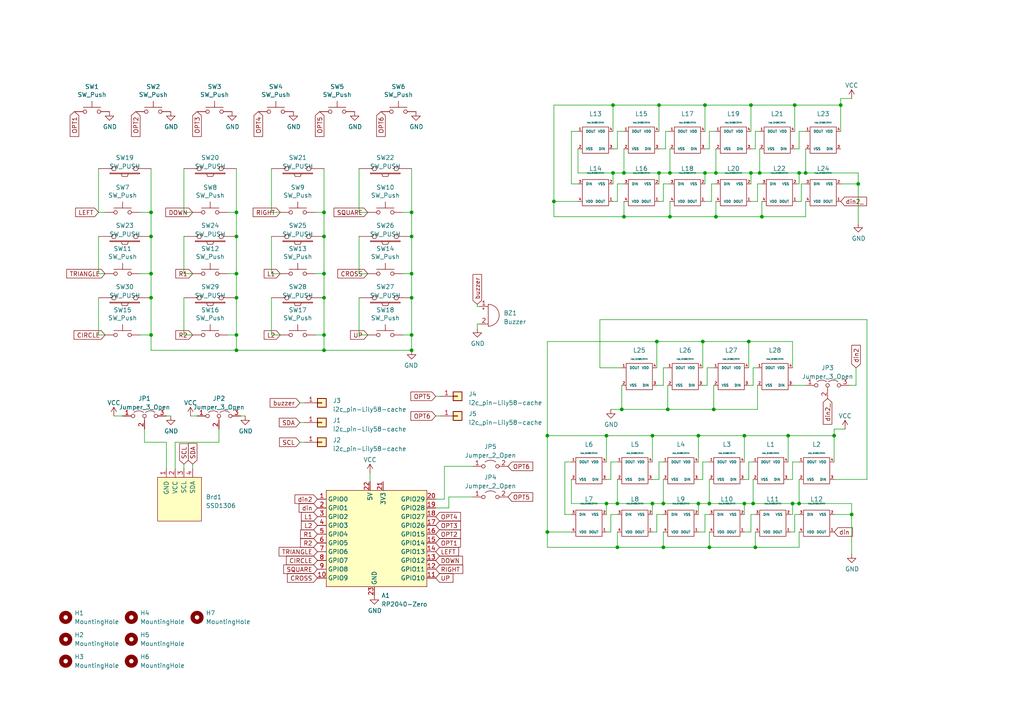
<source format=kicad_sch>
(kicad_sch (version 20230121) (generator eeschema)
  (paper "A4")
  (lib_symbols
    (symbol "Device:Buzzer" (pin_names (offset 0.0254) hide)
      (property "Reference" "BZ" (at 3.81 1.27 0))
      (property "Value" "Buzzer" (at 3.81 -1.27 0))
      (symbol "Buzzer_1_1"
        (pin passive line (at -2.54 2.54 0) (length 2.54) (name "-") (number "1"))
        (pin passive line (at -2.54 -2.54 0) (length 2.54) (name "+") (number "2"))
      )
    )
    (symbol "Jumper:Jumper_2_Open" (pin_names (offset 0) hide)
      (property "Reference" "JP" (at 0 2.794 0))
      (property "Value" "Jumper_2_Open" (at 0 -2.286 0))
      (symbol "Jumper_2_Open_1_1"
        (pin passive line (at -5.08 0 0) (length 2.54) (name "A") (number "1"))
        (pin passive line (at 5.08 0 180) (length 2.54) (name "B") (number "2"))
      )
    )
    (symbol "Jumper:Jumper_3_Open" (pin_names (offset 0) hide)
      (property "Reference" "JP" (at -2.54 -2.54 0))
      (property "Value" "Jumper_3_Open" (at 0 2.794 0))
      (symbol "Jumper_3_Open_1_1"
        (pin passive line (at -6.35 0 0) (length 2.54) (name "A") (number "1"))
        (pin passive line (at 0 -3.81 90) (length 2.54) (name "C") (number "2"))
        (pin passive line (at 6.35 0 180) (length 2.54) (name "B") (number "3"))
      )
    )
    (symbol "Mechanical:MountingHole" (pin_names (offset 1.016))
      (property "Reference" "H" (at 0 5.08 0))
      (property "Value" "MountingHole" (at 0 3.175 0))
    )
    (symbol "RP2040-Zero:RP2040-Zero"
      (property "Reference" "U" (at 0 1.27 0))
      (property "Value" "RP2040-Zero" (at 0 -1.27 0))
      (symbol "RP2040-Zero_1_1"
        (pin bidirectional line (at -16.51 10.16 0) (length 2.54) (name "GPIO0") (number "1"))
        (pin bidirectional line (at -16.51 -12.7 0) (length 2.54) (name "GPIO9") (number "10"))
        (pin bidirectional line (at 17.78 -12.7 180) (length 2.54) (name "GPIO10") (number "11"))
        (pin bidirectional line (at 17.78 -10.16 180) (length 2.54) (name "GPIO11") (number "12"))
        (pin bidirectional line (at 17.78 -7.62 180) (length 2.54) (name "GPIO12") (number "13"))
        (pin bidirectional line (at 17.78 -5.08 180) (length 2.54) (name "GPIO13") (number "14"))
        (pin bidirectional line (at 17.78 -2.54 180) (length 2.54) (name "GPIO14") (number "15"))
        (pin bidirectional line (at 17.78 0 180) (length 2.54) (name "GPIO15") (number "16"))
        (pin bidirectional line (at 17.78 2.54 180) (length 2.54) (name "GPIO26") (number "17"))
        (pin bidirectional line (at 17.78 5.08 180) (length 2.54) (name "GPIO27") (number "18"))
        (pin bidirectional line (at 17.78 7.62 180) (length 2.54) (name "GPIO28") (number "19"))
        (pin bidirectional line (at -16.51 7.62 0) (length 2.54) (name "GPIO1") (number "2"))
        (pin bidirectional line (at 17.78 10.16 180) (length 2.54) (name "GPIO29") (number "20"))
        (pin power_out line (at 2.54 15.24 270) (length 2.54) (name "3V3") (number "21"))
        (pin power_in line (at -1.27 15.24 270) (length 2.54) (name "5V") (number "22"))
        (pin power_in line (at 0 -17.78 90) (length 2.54) (name "GND") (number "23"))
        (pin bidirectional line (at -16.51 5.08 0) (length 2.54) (name "GPIO2") (number "3"))
        (pin bidirectional line (at -16.51 2.54 0) (length 2.54) (name "GPIO3") (number "4"))
        (pin bidirectional line (at -16.51 0 0) (length 2.54) (name "GPIO4") (number "5"))
        (pin bidirectional line (at -16.51 -2.54 0) (length 2.54) (name "GPIO5") (number "6"))
        (pin bidirectional line (at -16.51 -5.08 0) (length 2.54) (name "GPIO6") (number "7"))
        (pin bidirectional line (at -16.51 -7.62 0) (length 2.54) (name "GPIO7") (number "8"))
        (pin bidirectional line (at -16.51 -10.16 0) (length 2.54) (name "GPIO8") (number "9"))
      )
    )
    (symbol "Switch:SW_Push" (pin_numbers hide) (pin_names (offset 1.016) hide)
      (property "Reference" "SW" (at 1.27 2.54 0))
      (property "Value" "SW_Push" (at 0 -1.524 0))
      (symbol "SW_Push_0_1"
        (pin passive line (at -5.08 0 0) (length 2.54) (name "1") (number "1"))
        (pin passive line (at 5.08 0 180) (length 2.54) (name "2") (number "2"))
      )
    )
    (symbol "choc:kbd_SK6812MINI" (pin_names (offset 1.016))
      (property "Reference" "L" (at 0 0 0))
      (property "Value" "kbd_SK6812MINI" (at 0 -1.27 0))
      (symbol "kbd_SK6812MINI_1_1"
        (pin output line (at -5.08 2.54 0) (length 1.1938) (name "DOUT") (number "1"))
        (pin power_in line (at -5.08 -2.54 0) (length 1.1938) (name "VSS") (number "2"))
        (pin input line (at 5.08 -2.54 180) (length 1.1938) (name "DIN") (number "3"))
        (pin power_in line (at 5.08 2.54 180) (length 1.1938) (name "VDD") (number "4"))
      )
    )
    (symbol "kbd:SW_PUSH" (pin_numbers hide) (pin_names (offset 1.016) hide)
      (property "Reference" "SW" (at 3.81 2.794 0))
      (property "Value" "SW_PUSH" (at 0 -2.032 0))
      (symbol "SW_PUSH_0_1"
        (pin passive inverted (at -7.62 0 0) (length 5.08) (name "1") (number "1"))
        (pin passive inverted (at 7.62 0 180) (length 5.08) (name "2") (number "2"))
      )
    )
    (symbol "oled:SSD1306" (pin_names (offset 1.016))
      (property "Reference" "Brd" (at 0 -3.81 0))
      (property "Value" "SSD1306" (at 0 -1.27 0))
      (symbol "SSD1306_1_1"
        (pin input line (at -3.81 8.89 270) (length 2.54) (name "GND") (number "1"))
        (pin input line (at -1.27 8.89 270) (length 2.54) (name "VCC") (number "2"))
        (pin input line (at 1.27 8.89 270) (length 2.54) (name "SCL") (number "3"))
        (pin input line (at 3.81 8.89 270) (length 2.54) (name "SDA") (number "4"))
      )
    )
    (symbol "power:GND" (power) (pin_names (offset 0))
      (property "Value" "GND" (at 0 -3.81 0))
      (symbol "GND_1_1"
        (pin power_in line (at 0 0 270) (length 0) hide (name "GND") (number "1"))
      )
    )
    (symbol "power:VCC" (power) (pin_names (offset 0))
      (property "Value" "VCC" (at 0 3.81 0))
      (symbol "VCC_1_1"
        (pin power_in line (at 0 0 90) (length 0) hide (name "VCC") (number "1"))
      )
    )
    (symbol "sofle:i2c_pin-Lily58-cache" (pin_names (offset 1.016) hide)
      (property "Reference" "J" (at 0 2.54 0))
      (property "Value" "i2c_pin-Lily58-cache" (at 0 -2.54 0))
      (symbol "i2c_pin-Lily58-cache_1_1"
        (pin passive line (at -5.08 0 0) (length 3.81) (name "Pin_1") (number "1"))
      )
    )
  )
  (junction (at 194.31 50.165))
  (junction (at 189.23 126.365))
  (junction (at 93.98 101.6))
  (junction (at 220.345 50.165))
  (junction (at 68.58 79.375))
  (junction (at 68.58 68.58))
  (junction (at 175.895 126.365))
  (junction (at 43.815 79.375))
  (junction (at 189.23 146.05))
  (junction (at 191.135 30.48))
  (junction (at 231.775 146.05))
  (junction (at 192.405 146.05))
  (junction (at 207.645 50.165))
  (junction (at 119.38 97.155))
  (junction (at 193.675 118.745))
  (junction (at 207.645 62.865))
  (junction (at 119.38 61.595))
  (junction (at 43.815 61.595))
  (junction (at 228.6 126.365))
  (junction (at 241.935 126.365))
  (junction (at 43.815 68.58))
  (junction (at 93.98 97.155))
  (junction (at 204.47 50.165))
  (junction (at 230.505 30.48))
  (junction (at 217.17 99.06))
  (junction (at 179.07 146.05))
  (junction (at 158.75 126.365))
  (junction (at 231.775 50.165))
  (junction (at 205.74 146.05))
  (junction (at 119.38 101.6))
  (junction (at 93.98 86.36))
  (junction (at 68.58 101.6))
  (junction (at 160.655 58.42))
  (junction (at 179.07 158.75))
  (junction (at 205.74 158.75))
  (junction (at 43.815 97.155))
  (junction (at 219.075 158.75))
  (junction (at 180.34 118.745))
  (junction (at 207.01 118.745))
  (junction (at 192.405 158.75))
  (junction (at 68.58 61.595))
  (junction (at 215.9 146.05))
  (junction (at 190.5 99.06))
  (junction (at 243.84 30.48))
  (junction (at 93.98 79.375))
  (junction (at 217.805 30.48))
  (junction (at 175.895 146.05))
  (junction (at 215.9 126.365))
  (junction (at 203.835 99.06))
  (junction (at 194.31 62.865))
  (junction (at 247.015 149.225))
  (junction (at 68.58 86.36))
  (junction (at 177.8 50.165))
  (junction (at 217.805 50.165))
  (junction (at 229.87 146.05))
  (junction (at 180.975 50.165))
  (junction (at 202.565 146.05))
  (junction (at 93.98 68.58))
  (junction (at 93.98 61.595))
  (junction (at 119.38 86.36))
  (junction (at 220.98 62.865))
  (junction (at 68.58 97.155))
  (junction (at 191.135 50.165))
  (junction (at 119.38 68.58))
  (junction (at 180.975 62.865))
  (junction (at 177.8 30.48))
  (junction (at 233.68 50.165))
  (junction (at 158.75 154.305))
  (junction (at 119.38 79.375))
  (junction (at 43.815 86.36))
  (junction (at 248.92 53.34))
  (junction (at 204.47 30.48))
  (junction (at 218.44 146.05))
  (junction (at 202.565 126.365))
  (wire (pts (xy 165.735 146.05) (xy 175.895 146.05)))
  (wire (pts (xy 217.17 133.985) (xy 217.17 139.065)))
  (wire (pts (xy 28.575 79.375) (xy 30.48 79.375)))
  (wire (pts (xy 194.31 62.865) (xy 180.975 62.865)))
  (wire (pts (xy 177.165 133.985) (xy 177.165 139.065)))
  (wire (pts (xy 179.07 38.1) (xy 179.07 43.18)))
  (wire (pts (xy 179.07 158.75) (xy 158.75 158.75)))
  (wire (pts (xy 93.98 48.895) (xy 93.98 61.595)))
  (wire (pts (xy 220.345 43.18) (xy 220.345 50.165)))
  (wire (pts (xy 189.23 126.365) (xy 202.565 126.365)))
  (wire (pts (xy 78.74 48.895) (xy 78.74 61.595)))
  (wire (pts (xy 204.47 154.305) (xy 204.47 149.225)))
  (wire (pts (xy 220.98 58.42) (xy 220.98 62.865)))
  (wire (pts (xy 206.375 53.34) (xy 207.645 53.34)))
  (wire (pts (xy 231.775 154.305) (xy 231.775 158.75)))
  (wire (pts (xy 192.405 133.985) (xy 191.135 133.985)))
  (wire (pts (xy 190.5 106.68) (xy 190.5 99.06)))
  (wire (pts (xy 167.64 38.1) (xy 165.735 38.1)))
  (wire (pts (xy 191.135 50.165) (xy 194.31 50.165)))
  (wire (pts (xy 231.14 58.42) (xy 232.41 58.42)))
  (wire (pts (xy 28.575 48.895) (xy 28.575 61.595)))
  (wire (pts (xy 91.44 97.155) (xy 93.98 97.155)))
  (wire (pts (xy 119.38 61.595) (xy 119.38 48.895)))
  (wire (pts (xy 192.405 158.75) (xy 179.07 158.75)))
  (wire (pts (xy 179.07 58.42) (xy 179.07 53.34)))
  (wire (pts (xy 177.8 30.48) (xy 191.135 30.48)))
  (wire (pts (xy 241.935 139.065) (xy 251.46 139.065)))
  (wire (pts (xy 165.735 38.1) (xy 165.735 53.34)))
  (wire (pts (xy 91.44 79.375) (xy 93.98 79.375)))
  (wire (pts (xy 41.91 128.27) (xy 41.91 124.46)))
  (wire (pts (xy 230.505 149.225) (xy 231.775 149.225)))
  (wire (pts (xy 192.405 106.68) (xy 192.405 111.76)))
  (wire (pts (xy 104.14 48.895) (xy 104.14 61.595)))
  (wire (pts (xy 191.135 133.985) (xy 191.135 139.065)))
  (wire (pts (xy 177.165 154.305) (xy 177.165 149.225)))
  (wire (pts (xy 219.71 53.34) (xy 220.98 53.34)))
  (wire (pts (xy 68.58 48.895) (xy 68.58 61.595)))
  (wire (pts (xy 193.04 38.1) (xy 193.04 43.18)))
  (wire (pts (xy 177.165 118.745) (xy 180.34 118.745)))
  (wire (pts (xy 241.935 124.46) (xy 245.11 124.46)))
  (wire (pts (xy 241.935 126.365) (xy 241.935 124.46)))
  (wire (pts (xy 247.015 149.225) (xy 247.015 160.655)))
  (wire (pts (xy 205.105 106.68) (xy 205.105 111.76)))
  (wire (pts (xy 192.405 58.42) (xy 192.405 53.34)))
  (wire (pts (xy 233.68 58.42) (xy 233.68 62.865)))
  (wire (pts (xy 248.92 53.34) (xy 248.92 64.77)))
  (wire (pts (xy 218.44 133.985) (xy 217.17 133.985)))
  (wire (pts (xy 203.835 133.985) (xy 203.835 139.065)))
  (wire (pts (xy 207.645 38.1) (xy 205.74 38.1)))
  (wire (pts (xy 191.135 53.34) (xy 191.135 50.165)))
  (wire (pts (xy 86.995 122.555) (xy 88.265 122.555)))
  (wire (pts (xy 180.975 62.865) (xy 160.655 62.865)))
  (wire (pts (xy 243.84 30.48) (xy 243.84 28.575)))
  (wire (pts (xy 228.6 133.985) (xy 228.6 126.365)))
  (wire (pts (xy 202.565 133.985) (xy 202.565 126.365)))
  (wire (pts (xy 192.405 111.76) (xy 190.5 111.76)))
  (wire (pts (xy 175.895 133.985) (xy 175.895 126.365)))
  (wire (pts (xy 53.34 97.155) (xy 55.88 97.155)))
  (wire (pts (xy 179.07 133.985) (xy 177.165 133.985)))
  (wire (pts (xy 130.175 147.32) (xy 130.175 144.145)))
  (wire (pts (xy 93.98 86.36) (xy 93.98 79.375)))
  (wire (pts (xy 179.07 139.065) (xy 179.07 146.05)))
  (wire (pts (xy 207.01 118.745) (xy 219.71 118.745)))
  (wire (pts (xy 193.675 106.68) (xy 192.405 106.68)))
  (wire (pts (xy 160.655 30.48) (xy 177.8 30.48)))
  (wire (pts (xy 68.58 68.58) (xy 68.58 61.595)))
  (wire (pts (xy 43.815 61.595) (xy 40.64 61.595)))
  (wire (pts (xy 231.775 38.1) (xy 233.68 38.1)))
  (wire (pts (xy 119.38 101.6) (xy 119.38 97.155)))
  (wire (pts (xy 233.68 43.18) (xy 233.68 50.165)))
  (wire (pts (xy 218.44 106.68) (xy 218.44 111.76)))
  (wire (pts (xy 219.075 38.1) (xy 219.075 43.18)))
  (wire (pts (xy 215.9 126.365) (xy 228.6 126.365)))
  (wire (pts (xy 180.975 43.18) (xy 180.975 50.165)))
  (wire (pts (xy 233.68 62.865) (xy 220.98 62.865)))
  (wire (pts (xy 28.575 61.595) (xy 30.48 61.595)))
  (wire (pts (xy 189.23 133.985) (xy 189.23 126.365)))
  (wire (pts (xy 229.87 106.68) (xy 229.87 99.06)))
  (wire (pts (xy 158.75 126.365) (xy 175.895 126.365)))
  (wire (pts (xy 163.83 133.985) (xy 163.83 149.225)))
  (wire (pts (xy 251.46 139.065) (xy 251.46 92.71)))
  (wire (pts (xy 66.04 79.375) (xy 68.58 79.375)))
  (wire (pts (xy 205.74 158.75) (xy 192.405 158.75)))
  (wire (pts (xy 243.84 38.1) (xy 243.84 30.48)))
  (wire (pts (xy 53.34 68.58) (xy 53.34 79.375)))
  (wire (pts (xy 207.01 106.68) (xy 205.105 106.68)))
  (wire (pts (xy 50.8 128.27) (xy 63.5 128.27)))
  (wire (pts (xy 229.87 133.985) (xy 231.775 133.985)))
  (wire (pts (xy 207.645 50.165) (xy 217.805 50.165)))
  (wire (pts (xy 175.895 146.05) (xy 179.07 146.05)))
  (wire (pts (xy 139.065 88.9) (xy 138.43 88.9)))
  (wire (pts (xy 202.565 146.05) (xy 205.74 146.05)))
  (wire (pts (xy 68.58 101.6) (xy 93.98 101.6)))
  (wire (pts (xy 193.675 118.745) (xy 207.01 118.745)))
  (wire (pts (xy 68.58 101.6) (xy 68.58 97.155)))
  (wire (pts (xy 130.175 144.145) (xy 137.16 144.145)))
  (wire (pts (xy 217.805 58.42) (xy 219.71 58.42)))
  (wire (pts (xy 160.655 58.42) (xy 160.655 30.48)))
  (wire (pts (xy 138.43 88.265) (xy 138.43 88.9)))
  (wire (pts (xy 220.345 38.1) (xy 219.075 38.1)))
  (wire (pts (xy 218.44 146.05) (xy 229.87 146.05)))
  (wire (pts (xy 28.575 97.155) (xy 30.48 97.155)))
  (wire (pts (xy 192.405 154.305) (xy 192.405 158.75)))
  (wire (pts (xy 119.38 79.375) (xy 119.38 68.58)))
  (wire (pts (xy 175.895 149.225) (xy 175.895 146.05)))
  (wire (pts (xy 230.505 30.48) (xy 243.84 30.48)))
  (wire (pts (xy 128.905 135.255) (xy 137.16 135.255)))
  (wire (pts (xy 205.74 154.305) (xy 205.74 158.75)))
  (wire (pts (xy 78.74 68.58) (xy 78.74 79.375)))
  (wire (pts (xy 33.02 120.65) (xy 35.56 120.65)))
  (wire (pts (xy 219.71 58.42) (xy 219.71 53.34)))
  (wire (pts (xy 177.8 58.42) (xy 179.07 58.42)))
  (wire (pts (xy 217.805 154.305) (xy 217.805 149.225)))
  (wire (pts (xy 219.075 158.75) (xy 205.74 158.75)))
  (wire (pts (xy 229.87 146.05) (xy 231.775 146.05)))
  (wire (pts (xy 173.99 92.71) (xy 173.99 106.68)))
  (wire (pts (xy 119.38 97.155) (xy 119.38 86.36)))
  (wire (pts (xy 53.34 79.375) (xy 55.88 79.375)))
  (wire (pts (xy 228.6 126.365) (xy 241.935 126.365)))
  (wire (pts (xy 204.47 149.225) (xy 205.74 149.225)))
  (wire (pts (xy 104.14 68.58) (xy 104.14 79.375)))
  (wire (pts (xy 217.805 53.34) (xy 217.805 50.165)))
  (wire (pts (xy 231.775 146.05) (xy 247.015 146.05)))
  (wire (pts (xy 229.87 111.76) (xy 233.68 111.76)))
  (wire (pts (xy 116.84 79.375) (xy 119.38 79.375)))
  (wire (pts (xy 107.315 137.16) (xy 107.315 139.7)))
  (wire (pts (xy 158.75 154.305) (xy 158.75 126.365)))
  (wire (pts (xy 241.935 149.225) (xy 247.015 149.225)))
  (wire (pts (xy 180.34 111.76) (xy 180.34 118.745)))
  (wire (pts (xy 218.44 139.065) (xy 218.44 146.05)))
  (wire (pts (xy 48.26 128.27) (xy 41.91 128.27)))
  (wire (pts (xy 205.105 111.76) (xy 203.835 111.76)))
  (wire (pts (xy 231.775 43.18) (xy 231.775 38.1)))
  (wire (pts (xy 217.17 139.065) (xy 215.9 139.065)))
  (wire (pts (xy 163.83 149.225) (xy 165.735 149.225)))
  (wire (pts (xy 217.805 30.48) (xy 230.505 30.48)))
  (wire (pts (xy 220.98 62.865) (xy 207.645 62.865)))
  (wire (pts (xy 93.98 97.155) (xy 93.98 86.36)))
  (wire (pts (xy 43.815 86.36) (xy 43.815 79.375)))
  (wire (pts (xy 126.365 147.32) (xy 130.175 147.32)))
  (wire (pts (xy 158.75 158.75) (xy 158.75 154.305)))
  (wire (pts (xy 167.64 50.165) (xy 177.8 50.165)))
  (wire (pts (xy 53.34 48.895) (xy 53.34 61.595)))
  (wire (pts (xy 217.17 99.06) (xy 229.87 99.06)))
  (wire (pts (xy 215.9 146.05) (xy 218.44 146.05)))
  (wire (pts (xy 191.135 30.48) (xy 204.47 30.48)))
  (wire (pts (xy 53.34 86.36) (xy 53.34 97.155)))
  (wire (pts (xy 231.775 50.165) (xy 233.68 50.165)))
  (wire (pts (xy 119.38 86.36) (xy 119.38 79.375)))
  (wire (pts (xy 231.14 53.34) (xy 231.775 53.34)))
  (wire (pts (xy 203.835 139.065) (xy 202.565 139.065)))
  (wire (pts (xy 229.235 154.305) (xy 230.505 154.305)))
  (wire (pts (xy 219.075 154.305) (xy 219.075 158.75)))
  (wire (pts (xy 204.47 50.165) (xy 207.645 50.165)))
  (wire (pts (xy 177.8 53.34) (xy 177.8 50.165)))
  (wire (pts (xy 40.64 97.155) (xy 43.815 97.155)))
  (wire (pts (xy 93.98 101.6) (xy 93.98 97.155)))
  (wire (pts (xy 215.9 149.225) (xy 215.9 146.05)))
  (wire (pts (xy 202.565 154.305) (xy 204.47 154.305)))
  (wire (pts (xy 194.31 50.165) (xy 204.47 50.165)))
  (wire (pts (xy 158.75 99.06) (xy 190.5 99.06)))
  (wire (pts (xy 48.26 128.27) (xy 48.26 135.89)))
  (wire (pts (xy 69.85 120.65) (xy 71.12 120.65)))
  (wire (pts (xy 116.84 97.155) (xy 119.38 97.155)))
  (wire (pts (xy 202.565 149.225) (xy 202.565 146.05)))
  (wire (pts (xy 179.07 53.34) (xy 180.975 53.34)))
  (wire (pts (xy 165.735 139.065) (xy 165.735 146.05)))
  (wire (pts (xy 126.365 114.935) (xy 127.635 114.935)))
  (wire (pts (xy 194.31 58.42) (xy 194.31 62.865)))
  (wire (pts (xy 248.92 50.165) (xy 248.92 53.34)))
  (wire (pts (xy 232.41 53.34) (xy 233.68 53.34)))
  (wire (pts (xy 204.47 58.42) (xy 206.375 58.42)))
  (wire (pts (xy 205.74 133.985) (xy 203.835 133.985)))
  (wire (pts (xy 91.44 61.595) (xy 93.98 61.595)))
  (wire (pts (xy 43.815 68.58) (xy 43.815 61.595)))
  (wire (pts (xy 126.365 144.78) (xy 128.905 144.78)))
  (wire (pts (xy 207.645 62.865) (xy 194.31 62.865)))
  (wire (pts (xy 229.235 149.225) (xy 229.87 149.225)))
  (wire (pts (xy 215.9 133.985) (xy 215.9 126.365)))
  (wire (pts (xy 189.23 149.225) (xy 189.23 146.05)))
  (wire (pts (xy 50.8 128.27) (xy 50.8 135.89)))
  (wire (pts (xy 228.6 139.065) (xy 229.87 139.065)))
  (wire (pts (xy 138.43 93.98) (xy 139.065 93.98)))
  (wire (pts (xy 177.165 139.065) (xy 175.895 139.065)))
  (wire (pts (xy 231.775 139.065) (xy 231.775 146.05)))
  (wire (pts (xy 243.84 28.575) (xy 247.015 28.575)))
  (wire (pts (xy 68.58 79.375) (xy 68.58 68.58)))
  (wire (pts (xy 215.9 154.305) (xy 217.805 154.305)))
  (wire (pts (xy 119.38 68.58) (xy 119.38 61.595)))
  (wire (pts (xy 28.575 86.36) (xy 28.575 97.155)))
  (wire (pts (xy 232.41 58.42) (xy 232.41 53.34)))
  (wire (pts (xy 205.74 38.1) (xy 205.74 43.18)))
  (wire (pts (xy 179.07 43.18) (xy 177.8 43.18)))
  (wire (pts (xy 104.14 97.155) (xy 106.68 97.155)))
  (wire (pts (xy 247.015 146.05) (xy 247.015 149.225)))
  (wire (pts (xy 229.87 139.065) (xy 229.87 133.985)))
  (wire (pts (xy 177.165 149.225) (xy 179.07 149.225)))
  (wire (pts (xy 104.14 86.36) (xy 104.14 97.155)))
  (wire (pts (xy 243.84 53.34) (xy 248.92 53.34)))
  (wire (pts (xy 43.815 97.155) (xy 43.815 86.36)))
  (wire (pts (xy 191.135 139.065) (xy 189.23 139.065)))
  (wire (pts (xy 205.74 43.18) (xy 204.47 43.18)))
  (wire (pts (xy 55.245 120.65) (xy 57.15 120.65)))
  (wire (pts (xy 179.07 146.05) (xy 189.23 146.05)))
  (wire (pts (xy 190.5 154.305) (xy 190.5 149.225)))
  (wire (pts (xy 233.68 50.165) (xy 248.92 50.165)))
  (wire (pts (xy 48.26 120.65) (xy 49.53 120.65)))
  (wire (pts (xy 68.58 97.155) (xy 68.58 86.36)))
  (wire (pts (xy 78.74 97.155) (xy 81.28 97.155)))
  (wire (pts (xy 219.075 43.18) (xy 217.805 43.18)))
  (wire (pts (xy 180.34 118.745) (xy 193.675 118.745)))
  (wire (pts (xy 173.99 106.68) (xy 180.34 106.68)))
  (wire (pts (xy 180.975 38.1) (xy 179.07 38.1)))
  (wire (pts (xy 189.23 146.05) (xy 192.405 146.05)))
  (wire (pts (xy 43.815 48.895) (xy 43.815 61.595)))
  (wire (pts (xy 55.88 134.62) (xy 55.88 135.89)))
  (wire (pts (xy 206.375 58.42) (xy 206.375 53.34)))
  (wire (pts (xy 229.87 149.225) (xy 229.87 146.05)))
  (wire (pts (xy 217.17 106.68) (xy 217.17 99.06)))
  (wire (pts (xy 192.405 53.34) (xy 194.31 53.34)))
  (wire (pts (xy 219.71 111.76) (xy 219.71 118.745)))
  (wire (pts (xy 40.64 79.375) (xy 43.815 79.375)))
  (wire (pts (xy 66.04 97.155) (xy 68.58 97.155)))
  (wire (pts (xy 28.575 68.58) (xy 28.575 79.375)))
  (wire (pts (xy 203.835 106.68) (xy 203.835 99.06)))
  (wire (pts (xy 192.405 146.05) (xy 202.565 146.05)))
  (wire (pts (xy 192.405 139.065) (xy 192.405 146.05)))
  (wire (pts (xy 207.645 58.42) (xy 207.645 62.865)))
  (wire (pts (xy 217.805 149.225) (xy 219.075 149.225)))
  (wire (pts (xy 219.71 106.68) (xy 218.44 106.68)))
  (wire (pts (xy 128.905 144.78) (xy 128.905 135.255)))
  (wire (pts (xy 190.5 149.225) (xy 192.405 149.225)))
  (wire (pts (xy 93.98 101.6) (xy 119.38 101.6)))
  (wire (pts (xy 204.47 38.1) (xy 204.47 30.48)))
  (wire (pts (xy 53.34 134.62) (xy 53.34 135.89)))
  (wire (pts (xy 177.8 38.1) (xy 177.8 30.48)))
  (wire (pts (xy 116.84 61.595) (xy 119.38 61.595)))
  (wire (pts (xy 126.365 120.65) (xy 127.635 120.65)))
  (wire (pts (xy 160.655 62.865) (xy 160.655 58.42)))
  (wire (pts (xy 167.64 43.18) (xy 167.64 50.165)))
  (wire (pts (xy 167.64 58.42) (xy 160.655 58.42)))
  (wire (pts (xy 202.565 126.365) (xy 215.9 126.365)))
  (wire (pts (xy 246.38 111.76) (xy 248.285 111.76)))
  (wire (pts (xy 78.74 79.375) (xy 81.28 79.375)))
  (wire (pts (xy 205.74 139.065) (xy 205.74 146.05)))
  (wire (pts (xy 207.645 43.18) (xy 207.645 50.165)))
  (wire (pts (xy 78.74 86.36) (xy 78.74 97.155)))
  (wire (pts (xy 104.14 79.375) (xy 106.68 79.375)))
  (wire (pts (xy 175.895 126.365) (xy 189.23 126.365)))
  (wire (pts (xy 220.345 50.165) (xy 231.775 50.165)))
  (wire (pts (xy 189.23 154.305) (xy 190.5 154.305)))
  (wire (pts (xy 205.74 146.05) (xy 215.9 146.05)))
  (wire (pts (xy 230.505 38.1) (xy 230.505 30.48)))
  (wire (pts (xy 53.34 61.595) (xy 55.88 61.595)))
  (wire (pts (xy 251.46 92.71) (xy 173.99 92.71)))
  (wire (pts (xy 93.98 79.375) (xy 93.98 68.58)))
  (wire (pts (xy 179.07 154.305) (xy 179.07 158.75)))
  (wire (pts (xy 104.14 61.595) (xy 106.68 61.595)))
  (wire (pts (xy 78.74 61.595) (xy 81.28 61.595)))
  (wire (pts (xy 138.43 95.25) (xy 138.43 93.98)))
  (wire (pts (xy 165.735 154.305) (xy 158.75 154.305)))
  (wire (pts (xy 43.815 97.155) (xy 43.815 101.6)))
  (wire (pts (xy 190.5 99.06) (xy 203.835 99.06)))
  (wire (pts (xy 158.75 126.365) (xy 158.75 99.06)))
  (wire (pts (xy 177.8 50.165) (xy 180.975 50.165)))
  (wire (pts (xy 86.995 128.27) (xy 88.265 128.27)))
  (wire (pts (xy 230.505 43.18) (xy 231.775 43.18)))
  (wire (pts (xy 43.815 101.6) (xy 68.58 101.6)))
  (wire (pts (xy 241.935 133.985) (xy 241.935 126.365)))
  (wire (pts (xy 175.895 154.305) (xy 177.165 154.305)))
  (wire (pts (xy 194.31 43.18) (xy 194.31 50.165)))
  (wire (pts (xy 193.675 111.76) (xy 193.675 118.745)))
  (wire (pts (xy 203.835 99.06) (xy 217.17 99.06)))
  (wire (pts (xy 217.805 50.165) (xy 220.345 50.165)))
  (wire (pts (xy 204.47 30.48) (xy 217.805 30.48)))
  (wire (pts (xy 165.735 53.34) (xy 167.64 53.34)))
  (wire (pts (xy 191.135 58.42) (xy 192.405 58.42)))
  (wire (pts (xy 217.805 38.1) (xy 217.805 30.48)))
  (wire (pts (xy 231.775 158.75) (xy 219.075 158.75)))
  (wire (pts (xy 230.505 154.305) (xy 230.505 149.225)))
  (wire (pts (xy 165.735 133.985) (xy 163.83 133.985)))
  (wire (pts (xy 180.975 50.165) (xy 191.135 50.165)))
  (wire (pts (xy 63.5 128.27) (xy 63.5 124.46)))
  (wire (pts (xy 193.04 43.18) (xy 191.135 43.18)))
  (wire (pts (xy 86.995 116.84) (xy 88.265 116.84)))
  (wire (pts (xy 43.815 79.375) (xy 43.815 68.58)))
  (wire (pts (xy 68.58 86.36) (xy 68.58 79.375)))
  (wire (pts (xy 180.975 58.42) (xy 180.975 62.865)))
  (wire (pts (xy 68.58 61.595) (xy 66.04 61.595)))
  (wire (pts (xy 191.135 38.1) (xy 191.135 30.48)))
  (wire (pts (xy 207.01 111.76) (xy 207.01 118.745)))
  (wire (pts (xy 93.98 68.58) (xy 93.98 61.595)))
  (wire (pts (xy 218.44 111.76) (xy 217.17 111.76)))
  (wire (pts (xy 194.31 38.1) (xy 193.04 38.1)))
  (wire (pts (xy 231.775 53.34) (xy 231.775 50.165)))
  (wire (pts (xy 204.47 53.34) (xy 204.47 50.165)))
  (wire (pts (xy 248.285 106.68) (xy 248.285 111.76)))
  (global_label "TRIANGLE" (shape input) (at 30.48 79.375 180) (property "Intersheetrefs" "${INTERSHEET_REFS}" (effects hide)))
  (global_label "CROSS" (shape input) (at 106.68 79.375 180) (property "Intersheetrefs" "${INTERSHEET_REFS}" (effects hide)))
  (global_label "OPT5" (shape input) (at 126.365 114.935 180) (property "Intersheetrefs" "${INTERSHEET_REFS}" (effects hide)))
  (global_label "R2" (shape input) (at 55.88 97.155 180) (property "Intersheetrefs" "${INTERSHEET_REFS}" (effects hide)))
  (global_label "din" (shape input) (at 241.935 154.305 0) (property "Intersheetrefs" "${INTERSHEET_REFS}" (effects hide)))
  (global_label "TRIANGLE" (shape input) (at 92.075 160.02 180) (property "Intersheetrefs" "${INTERSHEET_REFS}" (effects hide)))
  (global_label "OPT1" (shape input) (at 126.365 157.48 0) (property "Intersheetrefs" "${INTERSHEET_REFS}" (effects hide)))
  (global_label "buzzer" (shape input) (at 138.43 88.265 90) (property "Intersheetrefs" "${INTERSHEET_REFS}" (effects hide)))
  (global_label "buzzer" (shape input) (at 86.995 116.84 180) (property "Intersheetrefs" "${INTERSHEET_REFS}" (effects hide)))
  (global_label "L2" (shape input) (at 81.28 97.155 180) (property "Intersheetrefs" "${INTERSHEET_REFS}" (effects hide)))
  (global_label "R1" (shape input) (at 55.88 79.375 180) (property "Intersheetrefs" "${INTERSHEET_REFS}" (effects hide)))
  (global_label "RIGHT" (shape input) (at 81.28 61.595 180) (property "Intersheetrefs" "${INTERSHEET_REFS}" (effects hide)))
  (global_label "OPT6" (shape input) (at 126.365 120.65 180) (property "Intersheetrefs" "${INTERSHEET_REFS}" (effects hide)))
  (global_label "SQUARE" (shape input) (at 106.68 61.595 180) (property "Intersheetrefs" "${INTERSHEET_REFS}" (effects hide)))
  (global_label "din2_" (shape input) (at 243.84 58.42 0) (property "Intersheetrefs" "${INTERSHEET_REFS}" (effects hide)))
  (global_label "OPT6" (shape input) (at 110.49 32.385 270) (property "Intersheetrefs" "${INTERSHEET_REFS}" (effects hide)))
  (global_label "SQUARE" (shape input) (at 92.075 165.1 180) (property "Intersheetrefs" "${INTERSHEET_REFS}" (effects hide)))
  (global_label "OPT2" (shape input) (at 39.37 32.385 270) (property "Intersheetrefs" "${INTERSHEET_REFS}" (effects hide)))
  (global_label "UP" (shape input) (at 106.68 97.155 180) (property "Intersheetrefs" "${INTERSHEET_REFS}" (effects hide)))
  (global_label "RIGHT" (shape input) (at 126.365 165.1 0) (property "Intersheetrefs" "${INTERSHEET_REFS}" (effects hide)))
  (global_label "R1" (shape input) (at 92.075 154.94 180) (property "Intersheetrefs" "${INTERSHEET_REFS}" (effects hide)))
  (global_label "OPT3" (shape input) (at 126.365 152.4 0) (property "Intersheetrefs" "${INTERSHEET_REFS}" (effects hide)))
  (global_label "CIRCLE" (shape input) (at 92.075 162.56 180) (property "Intersheetrefs" "${INTERSHEET_REFS}" (effects hide)))
  (global_label "L2" (shape input) (at 92.075 152.4 180) (property "Intersheetrefs" "${INTERSHEET_REFS}" (effects hide)))
  (global_label "din" (shape input) (at 92.075 147.32 180) (property "Intersheetrefs" "${INTERSHEET_REFS}" (effects hide)))
  (global_label "OPT6" (shape input) (at 147.32 135.255 0) (property "Intersheetrefs" "${INTERSHEET_REFS}" (effects hide)))
  (global_label "CROSS" (shape input) (at 92.075 167.64 180) (property "Intersheetrefs" "${INTERSHEET_REFS}" (effects hide)))
  (global_label "OPT4" (shape input) (at 126.365 149.86 0) (property "Intersheetrefs" "${INTERSHEET_REFS}" (effects hide)))
  (global_label "DOWN" (shape input) (at 55.88 61.595 180) (property "Intersheetrefs" "${INTERSHEET_REFS}" (effects hide)))
  (global_label "LEFT" (shape input) (at 126.365 160.02 0) (property "Intersheetrefs" "${INTERSHEET_REFS}" (effects hide)))
  (global_label "SCL" (shape input) (at 53.34 134.62 90) (property "Intersheetrefs" "${INTERSHEET_REFS}" (effects hide)))
  (global_label "DOWN" (shape input) (at 126.365 162.56 0) (property "Intersheetrefs" "${INTERSHEET_REFS}" (effects hide)))
  (global_label "R2" (shape input) (at 92.075 157.48 180) (property "Intersheetrefs" "${INTERSHEET_REFS}" (effects hide)))
  (global_label "din2" (shape input) (at 92.075 144.78 180) (property "Intersheetrefs" "${INTERSHEET_REFS}" (effects hide)))
  (global_label "din2_" (shape input) (at 240.03 115.57 270) (property "Intersheetrefs" "${INTERSHEET_REFS}" (effects hide)))
  (global_label "SCL" (shape input) (at 86.995 128.27 180) (property "Intersheetrefs" "${INTERSHEET_REFS}" (effects hide)))
  (global_label "LEFT" (shape input) (at 28.575 61.595 180) (property "Intersheetrefs" "${INTERSHEET_REFS}" (effects hide)))
  (global_label "UP" (shape input) (at 126.365 167.64 0) (property "Intersheetrefs" "${INTERSHEET_REFS}" (effects hide)))
  (global_label "OPT5" (shape input) (at 147.32 144.145 0) (property "Intersheetrefs" "${INTERSHEET_REFS}" (effects hide)))
  (global_label "OPT4" (shape input) (at 74.93 32.385 270) (property "Intersheetrefs" "${INTERSHEET_REFS}" (effects hide)))
  (global_label "SDA" (shape input) (at 86.995 122.555 180) (property "Intersheetrefs" "${INTERSHEET_REFS}" (effects hide)))
  (global_label "OPT5" (shape input) (at 92.71 32.385 270) (property "Intersheetrefs" "${INTERSHEET_REFS}" (effects hide)))
  (global_label "L1" (shape input) (at 81.28 79.375 180) (property "Intersheetrefs" "${INTERSHEET_REFS}" (effects hide)))
  (global_label "SDA" (shape input) (at 55.88 134.62 90) (property "Intersheetrefs" "${INTERSHEET_REFS}" (effects hide)))
  (global_label "din2" (shape input) (at 248.285 106.68 90) (property "Intersheetrefs" "${INTERSHEET_REFS}" (effects hide)))
  (global_label "CIRCLE" (shape input) (at 30.48 97.155 180) (property "Intersheetrefs" "${INTERSHEET_REFS}" (effects hide)))
  (global_label "OPT1" (shape input) (at 21.59 32.385 270) (property "Intersheetrefs" "${INTERSHEET_REFS}" (effects hide)))
  (global_label "OPT2" (shape input) (at 126.365 154.94 0) (property "Intersheetrefs" "${INTERSHEET_REFS}" (effects hide)))
  (global_label "OPT3" (shape input) (at 57.15 32.385 270) (property "Intersheetrefs" "${INTERSHEET_REFS}" (effects hide)))
  (global_label "L1" (shape input) (at 92.075 149.86 180) (property "Intersheetrefs" "${INTERSHEET_REFS}" (effects hide)))
  (symbol (lib_id "Switch:SW_Push") (at 26.67 32.385 0) (unit 1)
    (property "Reference" "SW1" (at 26.67 25.146 0))
    (property "Value" "SW_Push" (at 26.67 27.4574 0))
    (property "Footprint" "Button_Switch_THT:SW_PUSH_6mm_H5mm" (effects hide))
  )
  (symbol (lib_id "Switch:SW_Push") (at 44.45 32.385 0) (unit 1)
    (property "Reference" "SW2" (at 44.45 25.146 0))
    (property "Value" "SW_Push" (at 44.45 27.4574 0))
    (property "Footprint" "Button_Switch_THT:SW_PUSH_6mm_H5mm" (effects hide))
  )
  (symbol (lib_id "Switch:SW_Push") (at 62.23 32.385 0) (unit 1)
    (property "Reference" "SW3" (at 62.23 25.146 0))
    (property "Value" "SW_Push" (at 62.23 27.4574 0))
    (property "Footprint" "Button_Switch_THT:SW_PUSH_6mm_H5mm" (effects hide))
  )
  (symbol (lib_id "Switch:SW_Push") (at 80.01 32.385 0) (unit 1)
    (property "Reference" "SW4" (at 80.01 25.146 0))
    (property "Value" "SW_Push" (at 80.01 27.4574 0))
    (property "Footprint" "Button_Switch_THT:SW_PUSH_6mm_H5mm" (effects hide))
  )
  (symbol (lib_id "Switch:SW_Push") (at 97.79 32.385 0) (unit 1)
    (property "Reference" "SW5" (at 97.79 25.146 0))
    (property "Value" "SW_Push" (at 97.79 27.4574 0))
    (property "Footprint" "Button_Switch_THT:SW_PUSH_6mm_H5mm" (effects hide))
  )
  (symbol (lib_id "Switch:SW_Push") (at 115.57 32.385 0) (unit 1)
    (property "Reference" "SW6" (at 115.57 25.146 0))
    (property "Value" "SW_Push" (at 115.57 27.4574 0))
    (property "Footprint" "Button_Switch_THT:SW_PUSH_6mm_H5mm" (effects hide))
  )
  (symbol (lib_id "power:GND") (at 31.75 32.385 0) (unit 1)
    (property "Reference" "#PWR01" (effects hide))
    (property "Value" "GND" (at 31.877 36.7792 0))
  )
  (symbol (lib_id "power:GND") (at 49.53 32.385 0) (unit 1)
    (property "Reference" "#PWR02" (effects hide))
    (property "Value" "GND" (at 49.657 36.7792 0))
  )
  (symbol (lib_id "power:GND") (at 67.31 32.385 0) (unit 1)
    (property "Reference" "#PWR03" (effects hide))
    (property "Value" "GND" (at 67.437 36.7792 0))
  )
  (symbol (lib_id "power:GND") (at 85.09 32.385 0) (unit 1)
    (property "Reference" "#PWR04" (effects hide))
    (property "Value" "GND" (at 85.217 36.7792 0))
  )
  (symbol (lib_id "power:GND") (at 102.87 32.385 0) (unit 1)
    (property "Reference" "#PWR05" (effects hide))
    (property "Value" "GND" (at 102.997 36.7792 0))
  )
  (symbol (lib_id "power:GND") (at 120.65 32.385 0) (unit 1)
    (property "Reference" "#PWR06" (effects hide))
    (property "Value" "GND" (at 120.777 36.7792 0))
  )
  (symbol (lib_id "Switch:SW_Push") (at 35.56 61.595 0) (unit 1)
    (property "Reference" "SW7" (at 35.56 54.356 0))
    (property "Value" "SW_Push" (at 35.56 56.6674 0))
    (property "Footprint" "keyswitch:Kailh_socket_PG1350" (effects hide))
  )
  (symbol (lib_id "Switch:SW_Push") (at 111.76 97.155 0) (unit 1)
    (property "Reference" "SW18" (at 111.76 89.916 0))
    (property "Value" "SW_Push" (at 111.76 92.2274 0))
    (property "Footprint" "keyswitch:Kailh_socket_PG1350" (effects hide))
  )
  (symbol (lib_id "Switch:SW_Push") (at 60.96 79.375 0) (unit 1)
    (property "Reference" "SW12" (at 60.96 72.136 0))
    (property "Value" "SW_Push" (at 60.96 74.4474 0))
    (property "Footprint" "keyswitch:Kailh_socket_PG1350" (effects hide))
  )
  (symbol (lib_id "Switch:SW_Push") (at 35.56 97.155 0) (unit 1)
    (property "Reference" "SW15" (at 35.56 89.916 0))
    (property "Value" "SW_Push" (at 35.56 92.2274 0))
    (property "Footprint" "keyswitch:Kailh_socket_PG1350" (effects hide))
  )
  (symbol (lib_id "Switch:SW_Push") (at 60.96 61.595 0) (unit 1)
    (property "Reference" "SW8" (at 60.96 54.356 0))
    (property "Value" "SW_Push" (at 60.96 56.6674 0))
    (property "Footprint" "keyswitch:Kailh_socket_PG1350" (effects hide))
  )
  (symbol (lib_id "Switch:SW_Push") (at 111.76 61.595 0) (unit 1)
    (property "Reference" "SW10" (at 111.76 54.356 0))
    (property "Value" "SW_Push" (at 111.76 56.6674 0))
    (property "Footprint" "keyswitch:Kailh_socket_PG1350" (effects hide))
  )
  (symbol (lib_id "Switch:SW_Push") (at 86.36 79.375 0) (unit 1)
    (property "Reference" "SW13" (at 86.36 72.136 0))
    (property "Value" "SW_Push" (at 86.36 74.4474 0))
    (property "Footprint" "keyswitch:Kailh_socket_PG1350" (effects hide))
  )
  (symbol (lib_id "Switch:SW_Push") (at 60.96 97.155 0) (unit 1)
    (property "Reference" "SW16" (at 60.96 89.916 0))
    (property "Value" "SW_Push" (at 60.96 92.2274 0))
    (property "Footprint" "keyswitch:Kailh_socket_PG1350" (effects hide))
  )
  (symbol (lib_id "Switch:SW_Push") (at 86.36 61.595 0) (unit 1)
    (property "Reference" "SW9" (at 86.36 54.356 0))
    (property "Value" "SW_Push" (at 86.36 56.6674 0))
    (property "Footprint" "keyswitch:Kailh_socket_PG1350" (effects hide))
  )
  (symbol (lib_id "Switch:SW_Push") (at 35.56 79.375 0) (unit 1)
    (property "Reference" "SW11" (at 35.56 72.136 0))
    (property "Value" "SW_Push" (at 35.56 74.4474 0))
    (property "Footprint" "keyswitch:Kailh_socket_PG1350" (effects hide))
  )
  (symbol (lib_id "Switch:SW_Push") (at 111.76 79.375 0) (unit 1)
    (property "Reference" "SW14" (at 111.76 72.136 0))
    (property "Value" "SW_Push" (at 111.76 74.4474 0))
    (property "Footprint" "keyswitch:Kailh_socket_PG1350" (effects hide))
  )
  (symbol (lib_id "Switch:SW_Push") (at 86.36 97.155 0) (unit 1)
    (property "Reference" "SW17" (at 86.36 89.916 0))
    (property "Value" "SW_Push" (at 86.36 92.2274 0))
    (property "Footprint" "keyswitch:Kailh_socket_PG1350" (effects hide))
  )
  (symbol (lib_id "power:GND") (at 108.585 172.72 0) (unit 1)
    (property "Reference" "#PWR0102" (effects hide))
    (property "Value" "GND" (at 108.712 177.1142 0))
  )
  (symbol (lib_id "Jumper:Jumper_3_Open") (at 240.03 111.76 0) (unit 1)
    (property "Reference" "JP3" (at 240.03 106.68 0))
    (property "Value" "Jumper_3_Open" (at 240.03 109.22 0))
    (property "Footprint" "Jumper:SolderJumper-3_P1.3mm_Open_RoundedPad1.0x1.5mm" (effects hide))
  )
  (symbol (lib_id "power:GND") (at 247.015 160.655 0) (unit 1)
    (property "Reference" "#PWR021" (effects hide))
    (property "Value" "GND" (at 247.142 165.0492 0))
  )
  (symbol (lib_id "kbd:SW_PUSH") (at 86.36 86.36 180) (unit 1)
    (property "Reference" "SW28" (at 86.36 83.185 0))
    (property "Value" "SW_PUSH" (at 86.36 85.725 0))
    (property "Footprint" "keyswitch:Kailh_socket_MX" (effects hide))
  )
  (symbol (lib_id "kbd:SW_PUSH") (at 111.76 86.36 180) (unit 1)
    (property "Reference" "SW27" (at 111.76 83.185 0))
    (property "Value" "SW_PUSH" (at 111.76 85.725 0))
    (property "Footprint" "keyswitch:Kailh_socket_MX" (effects hide))
  )
  (symbol (lib_id "kbd:SW_PUSH") (at 60.96 68.58 180) (unit 1)
    (property "Reference" "SW24" (at 60.96 65.405 0))
    (property "Value" "SW_PUSH" (at 60.96 67.945 0))
    (property "Footprint" "keyswitch:Kailh_socket_MX" (effects hide))
  )
  (symbol (lib_id "Device:Buzzer") (at 141.605 91.44 0) (unit 1)
    (property "Reference" "BZ1" (at 146.05 90.805 0) (effects (justify left)))
    (property "Value" "Buzzer" (at 146.05 93.345 0) (effects (justify left)))
    (property "Footprint" "Buzzer_Beeper:Buzzer_Murata_PKLCS1212E" (effects hide))
  )
  (symbol (lib_id "choc:kbd_SK6812MINI") (at 199.39 55.88 180) (unit 1)
    (property "Reference" "L18" (at 199.39 48.895 0) (effects (font (size 1.2954 1.2954))))
    (property "Value" "kbd_SK6812MINI" (at 199.39 50.165 0) (effects (font (size 0.4064 0.4064))))
    (property "Footprint" "kbd:SK6812MINI_rev" (effects hide))
  )
  (symbol (lib_id "choc:kbd_SK6812MINI") (at 212.725 55.88 180) (unit 1)
    (property "Reference" "L20" (at 212.725 48.895 0) (effects (font (size 1.2954 1.2954))))
    (property "Value" "kbd_SK6812MINI" (at 212.725 50.165 0) (effects (font (size 0.4064 0.4064))))
    (property "Footprint" "kbd:SK6812MINI_rev" (effects hide))
  )
  (symbol (lib_id "kbd:SW_PUSH") (at 36.195 48.895 180) (unit 1)
    (property "Reference" "SW19" (at 36.195 45.72 0))
    (property "Value" "SW_PUSH" (at 36.195 48.26 0))
    (property "Footprint" "keyswitch:Kailh_socket_MX" (effects hide))
  )
  (symbol (lib_id "choc:kbd_SK6812MINI") (at 197.485 151.765 180) (unit 1)
    (property "Reference" "L9" (at 197.485 144.78 0) (effects (font (size 1.2954 1.2954))))
    (property "Value" "kbd_SK6812MINI" (at 197.485 146.05 0) (effects (font (size 0.4064 0.4064))))
    (property "Footprint" "kbd:SK6812MINI_rev" (effects hide))
  )
  (symbol (lib_id "choc:kbd_SK6812MINI") (at 198.755 109.22 0) (unit 1)
    (property "Reference" "L26" (at 198.755 101.6 0) (effects (font (size 1.2954 1.2954))))
    (property "Value" "kbd_SK6812MINI" (at 198.755 104.14 0) (effects (font (size 0.4064 0.4064))))
    (property "Footprint" "kbd:SK6812MINI_rev" (effects hide))
  )
  (symbol (lib_id "Mechanical:MountingHole") (at 19.05 191.77 0) (unit 1)
    (property "Reference" "H3" (at 21.59 190.4999 0) (effects (justify left)))
    (property "Value" "MountingHole" (at 21.59 193.0399 0) (effects (justify left)))
    (property "Footprint" "MountingHole:MountingHole_6.4mm_M6" (effects hide))
  )
  (symbol (lib_id "choc:kbd_SK6812MINI") (at 236.855 151.765 180) (unit 1)
    (property "Reference" "L12" (at 236.855 144.78 0) (effects (font (size 1.2954 1.2954))))
    (property "Value" "kbd_SK6812MINI" (at 236.855 146.05 0) (effects (font (size 0.4064 0.4064))))
    (property "Footprint" "kbd:SK6812MINI_rev" (effects hide))
  )
  (symbol (lib_id "power:GND") (at 177.165 118.745 0) (unit 1)
    (property "Reference" "#PWR028" (effects hide))
    (property "Value" "GND" (at 177.292 123.1392 0))
  )
  (symbol (lib_id "kbd:SW_PUSH") (at 60.96 48.895 180) (unit 1)
    (property "Reference" "SW20" (at 60.96 45.72 0))
    (property "Value" "SW_PUSH" (at 60.96 48.26 0))
    (property "Footprint" "keyswitch:Kailh_socket_MX" (effects hide))
  )
  (symbol (lib_id "sofle:i2c_pin-Lily58-cache") (at 93.345 128.27 0) (unit 1)
    (property "Reference" "J2" (at 96.52 127.635 0) (effects (justify left)))
    (property "Value" "i2c_pin-Lily58-cache" (at 96.52 130.175 0) (effects (justify left)))
    (property "Footprint" "solfe:1pin_conn" (effects hide))
  )
  (symbol (lib_id "choc:kbd_SK6812MINI") (at 186.055 40.64 0) (unit 1)
    (property "Reference" "L15" (at 186.055 33.02 0) (effects (font (size 1.2954 1.2954))))
    (property "Value" "kbd_SK6812MINI" (at 186.055 35.56 0) (effects (font (size 0.4064 0.4064))))
    (property "Footprint" "kbd:SK6812MINI_rev" (effects hide))
  )
  (symbol (lib_id "oled:SSD1306") (at 52.07 144.78 0) (unit 1)
    (property "Reference" "Brd1" (at 59.69 144.145 0) (effects (justify left)))
    (property "Value" "SSD1306" (at 59.69 146.685 0) (effects (justify left)))
    (property "Footprint" "oled:128x64OLED" (effects hide))
  )
  (symbol (lib_id "choc:kbd_SK6812MINI") (at 199.39 40.64 0) (unit 1)
    (property "Reference" "L17" (at 199.39 33.02 0) (effects (font (size 1.2954 1.2954))))
    (property "Value" "kbd_SK6812MINI" (at 199.39 35.56 0) (effects (font (size 0.4064 0.4064))))
    (property "Footprint" "kbd:SK6812MINI_rev" (effects hide))
  )
  (symbol (lib_id "sofle:i2c_pin-Lily58-cache") (at 93.345 122.555 0) (unit 1)
    (property "Reference" "J1" (at 96.52 121.92 0) (effects (justify left)))
    (property "Value" "i2c_pin-Lily58-cache" (at 96.52 124.46 0) (effects (justify left)))
    (property "Footprint" "solfe:1pin_conn" (effects hide))
  )
  (symbol (lib_id "power:VCC") (at 107.315 137.16 0) (unit 1)
    (property "Reference" "#PWR019" (effects hide))
    (property "Value" "VCC" (at 107.315 133.35 0))
  )
  (symbol (lib_id "sofle:i2c_pin-Lily58-cache") (at 132.715 114.935 0) (unit 1)
    (property "Reference" "J4" (at 135.89 114.3 0) (effects (justify left)))
    (property "Value" "i2c_pin-Lily58-cache" (at 135.89 116.84 0) (effects (justify left)))
    (property "Footprint" "solfe:1pin_conn" (effects hide))
  )
  (symbol (lib_id "choc:kbd_SK6812MINI") (at 184.15 151.765 180) (unit 1)
    (property "Reference" "L8" (at 184.15 144.78 0) (effects (font (size 1.2954 1.2954))))
    (property "Value" "kbd_SK6812MINI" (at 184.15 146.05 0) (effects (font (size 0.4064 0.4064))))
    (property "Footprint" "kbd:SK6812MINI_rev" (effects hide))
  )
  (symbol (lib_id "choc:kbd_SK6812MINI") (at 223.52 136.525 0) (unit 1)
    (property "Reference" "L1" (at 223.52 128.905 0) (effects (font (size 1.2954 1.2954))))
    (property "Value" "kbd_SK6812MINI" (at 223.52 131.445 0) (effects (font (size 0.4064 0.4064))))
    (property "Footprint" "kbd:SK6812MINI_rev" (effects hide))
  )
  (symbol (lib_id "power:GND") (at 248.92 64.77 0) (unit 1)
    (property "Reference" "#PWR023" (effects hide))
    (property "Value" "GND" (at 249.047 69.1642 0))
  )
  (symbol (lib_id "choc:kbd_SK6812MINI") (at 238.76 40.64 0) (unit 1)
    (property "Reference" "L23" (at 238.76 33.02 0) (effects (font (size 1.2954 1.2954))))
    (property "Value" "kbd_SK6812MINI" (at 238.76 35.56 0) (effects (font (size 0.4064 0.4064))))
    (property "Footprint" "kbd:SK6812MINI_rev" (effects hide))
  )
  (symbol (lib_id "Mechanical:MountingHole") (at 19.05 179.07 0) (unit 1)
    (property "Reference" "H1" (at 21.59 177.7999 0) (effects (justify left)))
    (property "Value" "MountingHole" (at 21.59 180.3399 0) (effects (justify left)))
    (property "Footprint" "MountingHole:MountingHole_6.4mm_M6" (effects hide))
  )
  (symbol (lib_id "Jumper:Jumper_2_Open") (at 142.24 135.255 0) (unit 1)
    (property "Reference" "JP5" (at 142.24 129.54 0))
    (property "Value" "Jumper_2_Open" (at 142.24 132.08 0))
    (property "Footprint" "Jumper:SolderJumper-2_P1.3mm_Open_RoundedPad1.0x1.5mm" (effects hide))
  )
  (symbol (lib_id "Jumper:Jumper_3_Open") (at 41.91 120.65 0) (unit 1)
    (property "Reference" "JP1" (at 41.91 115.57 0))
    (property "Value" "Jumper_3_Open" (at 41.91 118.11 0))
    (property "Footprint" "Jumper:SolderJumper-3_P1.3mm_Open_RoundedPad1.0x1.5mm" (effects hide))
  )
  (symbol (lib_id "power:GND") (at 119.38 101.6 0) (mirror y) (unit 1)
    (property "Reference" "#PWR07" (effects hide))
    (property "Value" "GND" (at 119.253 105.9942 0))
  )
  (symbol (lib_id "choc:kbd_SK6812MINI") (at 210.82 136.525 0) (unit 1)
    (property "Reference" "L3" (at 210.82 128.905 0) (effects (font (size 1.2954 1.2954))))
    (property "Value" "kbd_SK6812MINI" (at 210.82 131.445 0) (effects (font (size 0.4064 0.4064))))
    (property "Footprint" "kbd:SK6812MINI_rev" (effects hide))
  )
  (symbol (lib_id "power:GND") (at 138.43 95.25 0) (unit 1)
    (property "Reference" "#PWR029" (effects hide))
    (property "Value" "GND" (at 138.557 99.6442 0))
  )
  (symbol (lib_id "choc:kbd_SK6812MINI") (at 186.055 55.88 180) (unit 1)
    (property "Reference" "L16" (at 186.055 48.895 0) (effects (font (size 1.2954 1.2954))))
    (property "Value" "kbd_SK6812MINI" (at 186.055 50.165 0) (effects (font (size 0.4064 0.4064))))
    (property "Footprint" "kbd:SK6812MINI_rev" (effects hide))
  )
  (symbol (lib_id "Mechanical:MountingHole") (at 57.15 179.07 0) (unit 1)
    (property "Reference" "H7" (at 59.69 177.7999 0) (effects (justify left)))
    (property "Value" "MountingHole" (at 59.69 180.3399 0) (effects (justify left)))
    (property "Footprint" "MountingHole:MountingHole_6.4mm_M6" (effects hide))
  )
  (symbol (lib_id "choc:kbd_SK6812MINI") (at 185.42 109.22 0) (unit 1)
    (property "Reference" "L25" (at 185.42 101.6 0) (effects (font (size 1.2954 1.2954))))
    (property "Value" "kbd_SK6812MINI" (at 185.42 104.14 0) (effects (font (size 0.4064 0.4064))))
    (property "Footprint" "kbd:SK6812MINI_rev" (effects hide))
  )
  (symbol (lib_id "choc:kbd_SK6812MINI") (at 226.06 55.88 180) (unit 1)
    (property "Reference" "L22" (at 226.06 48.895 0) (effects (font (size 1.2954 1.2954))))
    (property "Value" "kbd_SK6812MINI" (at 226.06 50.165 0) (effects (font (size 0.4064 0.4064))))
    (property "Footprint" "kbd:SK6812MINI_rev" (effects hide))
  )
  (symbol (lib_id "sofle:i2c_pin-Lily58-cache") (at 93.345 116.84 0) (unit 1)
    (property "Reference" "J3" (at 96.52 116.205 0) (effects (justify left)))
    (property "Value" "i2c_pin-Lily58-cache" (at 96.52 118.745 0) (effects (justify left)))
    (property "Footprint" "solfe:1pin_conn" (effects hide))
  )
  (symbol (lib_id "choc:kbd_SK6812MINI") (at 238.76 55.88 180) (unit 1)
    (property "Reference" "L24" (at 238.76 48.895 0) (effects (font (size 1.2954 1.2954))))
    (property "Value" "kbd_SK6812MINI" (at 238.76 50.165 0) (effects (font (size 0.4064 0.4064))))
    (property "Footprint" "kbd:SK6812MINI_rev" (effects hide))
  )
  (symbol (lib_id "choc:kbd_SK6812MINI") (at 172.72 55.88 180) (unit 1)
    (property "Reference" "L14" (at 172.72 48.895 0) (effects (font (size 1.2954 1.2954))))
    (property "Value" "kbd_SK6812MINI" (at 172.72 50.165 0) (effects (font (size 0.4064 0.4064))))
    (property "Footprint" "kbd:SK6812MINI_rev" (effects hide))
  )
  (symbol (lib_id "kbd:SW_PUSH") (at 60.96 86.36 180) (unit 1)
    (property "Reference" "SW29" (at 60.96 83.185 0))
    (property "Value" "SW_PUSH" (at 60.96 85.725 0))
    (property "Footprint" "keyswitch:Kailh_socket_MX" (effects hide))
  )
  (symbol (lib_id "power:VCC") (at 33.02 120.65 0) (unit 1)
    (property "Reference" "#PWR026" (effects hide))
    (property "Value" "VCC" (at 33.02 116.84 0))
  )
  (symbol (lib_id "choc:kbd_SK6812MINI") (at 224.155 151.765 180) (unit 1)
    (property "Reference" "L11" (at 224.155 144.78 0) (effects (font (size 1.2954 1.2954))))
    (property "Value" "kbd_SK6812MINI" (at 224.155 146.05 0) (effects (font (size 0.4064 0.4064))))
    (property "Footprint" "kbd:SK6812MINI_rev" (effects hide))
  )
  (symbol (lib_id "kbd:SW_PUSH") (at 111.76 68.58 180) (unit 1)
    (property "Reference" "SW26" (at 111.76 65.405 0))
    (property "Value" "SW_PUSH" (at 111.76 67.945 0))
    (property "Footprint" "keyswitch:Kailh_socket_MX" (effects hide))
  )
  (symbol (lib_id "choc:kbd_SK6812MINI") (at 210.82 151.765 180) (unit 1)
    (property "Reference" "L10" (at 210.82 144.78 0) (effects (font (size 1.2954 1.2954))))
    (property "Value" "kbd_SK6812MINI" (at 210.82 146.05 0) (effects (font (size 0.4064 0.4064))))
    (property "Footprint" "kbd:SK6812MINI_rev" (effects hide))
  )
  (symbol (lib_id "choc:kbd_SK6812MINI") (at 236.855 136.525 0) (unit 1)
    (property "Reference" "L2" (at 236.855 128.905 0) (effects (font (size 1.2954 1.2954))))
    (property "Value" "kbd_SK6812MINI" (at 236.855 131.445 0) (effects (font (size 0.4064 0.4064))))
    (property "Footprint" "kbd:SK6812MINI_rev" (effects hide))
  )
  (symbol (lib_id "choc:kbd_SK6812MINI") (at 225.425 40.64 0) (unit 1)
    (property "Reference" "L21" (at 225.425 33.02 0) (effects (font (size 1.2954 1.2954))))
    (property "Value" "kbd_SK6812MINI" (at 225.425 35.56 0) (effects (font (size 0.4064 0.4064))))
    (property "Footprint" "kbd:SK6812MINI_rev" (effects hide))
  )
  (symbol (lib_id "choc:kbd_SK6812MINI") (at 212.09 109.22 0) (unit 1)
    (property "Reference" "L27" (at 212.09 101.6 0) (effects (font (size 1.2954 1.2954))))
    (property "Value" "kbd_SK6812MINI" (at 212.09 104.14 0) (effects (font (size 0.4064 0.4064))))
    (property "Footprint" "kbd:SK6812MINI_rev" (effects hide))
  )
  (symbol (lib_id "choc:kbd_SK6812MINI") (at 224.79 109.22 0) (unit 1)
    (property "Reference" "L28" (at 224.79 101.6 0) (effects (font (size 1.2954 1.2954))))
    (property "Value" "kbd_SK6812MINI" (at 224.79 104.14 0) (effects (font (size 0.4064 0.4064))))
    (property "Footprint" "kbd:SK6812MINI_rev" (effects hide))
  )
  (symbol (lib_id "power:VCC") (at 247.015 28.575 0) (unit 1)
    (property "Reference" "#PWR022" (effects hide))
    (property "Value" "VCC" (at 247.015 24.765 0))
  )
  (symbol (lib_id "choc:kbd_SK6812MINI") (at 184.15 136.525 0) (unit 1)
    (property "Reference" "L5" (at 184.15 128.905 0) (effects (font (size 1.2954 1.2954))))
    (property "Value" "kbd_SK6812MINI" (at 184.15 131.445 0) (effects (font (size 0.4064 0.4064))))
    (property "Footprint" "kbd:SK6812MINI_rev" (effects hide))
  )
  (symbol (lib_id "power:GND") (at 49.53 120.65 0) (unit 1)
    (property "Reference" "#PWR024" (effects hide))
    (property "Value" "GND" (at 49.657 125.0442 0))
  )
  (symbol (lib_id "kbd:SW_PUSH") (at 36.195 86.36 180) (unit 1)
    (property "Reference" "SW30" (at 36.195 83.185 0))
    (property "Value" "SW_PUSH" (at 36.195 85.725 0))
    (property "Footprint" "keyswitch:Kailh_socket_MX" (effects hide))
  )
  (symbol (lib_id "Mechanical:MountingHole") (at 38.1 179.07 0) (unit 1)
    (property "Reference" "H4" (at 40.64 177.7999 0) (effects (justify left)))
    (property "Value" "MountingHole" (at 40.64 180.3399 0) (effects (justify left)))
    (property "Footprint" "MountingHole:MountingHole_6.4mm_M6" (effects hide))
  )
  (symbol (lib_id "choc:kbd_SK6812MINI") (at 197.485 136.525 0) (unit 1)
    (property "Reference" "L4" (at 197.485 128.905 0) (effects (font (size 1.2954 1.2954))))
    (property "Value" "kbd_SK6812MINI" (at 197.485 131.445 0) (effects (font (size 0.4064 0.4064))))
    (property "Footprint" "kbd:SK6812MINI_rev" (effects hide))
  )
  (symbol (lib_id "power:VCC") (at 55.245 120.65 0) (unit 1)
    (property "Reference" "#PWR027" (effects hide))
    (property "Value" "VCC" (at 55.245 116.84 0))
  )
  (symbol (lib_id "Jumper:Jumper_2_Open") (at 142.24 144.145 0) (unit 1)
    (property "Reference" "JP4" (at 142.24 138.43 0))
    (property "Value" "Jumper_2_Open" (at 142.24 140.97 0))
    (property "Footprint" "Jumper:SolderJumper-2_P1.3mm_Open_RoundedPad1.0x1.5mm" (effects hide))
  )
  (symbol (lib_id "choc:kbd_SK6812MINI") (at 172.72 40.64 0) (unit 1)
    (property "Reference" "L13" (at 172.72 33.02 0) (effects (font (size 1.2954 1.2954))))
    (property "Value" "kbd_SK6812MINI" (at 172.72 35.56 0) (effects (font (size 0.4064 0.4064))))
    (property "Footprint" "kbd:SK6812MINI_rev" (effects hide))
  )
  (symbol (lib_id "RP2040-Zero:RP2040-Zero") (at 108.585 154.94 0) (unit 1)
    (property "Reference" "A1" (at 110.6044 172.72 0) (effects (justify left)))
    (property "Value" "RP2040-Zero" (at 110.6044 175.26 0) (effects (justify left)))
    (property "Footprint" "RP2040-Zero:RP2040-Zero" (effects hide))
  )
  (symbol (lib_id "kbd:SW_PUSH") (at 111.76 48.895 180) (unit 1)
    (property "Reference" "SW22" (at 111.76 45.72 0))
    (property "Value" "SW_PUSH" (at 111.76 48.26 0))
    (property "Footprint" "keyswitch:Kailh_socket_MX" (effects hide))
  )
  (symbol (lib_id "choc:kbd_SK6812MINI") (at 170.815 151.765 180) (unit 1)
    (property "Reference" "L7" (at 170.815 144.78 0) (effects (font (size 1.2954 1.2954))))
    (property "Value" "kbd_SK6812MINI" (at 170.815 146.05 0) (effects (font (size 0.4064 0.4064))))
    (property "Footprint" "kbd:SK6812MINI_rev" (effects hide))
  )
  (symbol (lib_id "kbd:SW_PUSH") (at 36.195 68.58 180) (unit 1)
    (property "Reference" "SW23" (at 36.195 65.405 0))
    (property "Value" "SW_PUSH" (at 36.195 67.945 0))
    (property "Footprint" "keyswitch:Kailh_socket_MX" (effects hide))
  )
  (symbol (lib_id "sofle:i2c_pin-Lily58-cache") (at 132.715 120.65 0) (unit 1)
    (property "Reference" "J5" (at 135.89 120.015 0) (effects (justify left)))
    (property "Value" "i2c_pin-Lily58-cache" (at 135.89 122.555 0) (effects (justify left)))
    (property "Footprint" "solfe:1pin_conn" (effects hide))
  )
  (symbol (lib_id "Jumper:Jumper_3_Open") (at 63.5 120.65 0) (unit 1)
    (property "Reference" "JP2" (at 63.5 115.57 0))
    (property "Value" "Jumper_3_Open" (at 63.5 118.11 0))
    (property "Footprint" "Jumper:SolderJumper-3_P1.3mm_Open_RoundedPad1.0x1.5mm" (effects hide))
  )
  (symbol (lib_id "Mechanical:MountingHole") (at 38.1 185.42 0) (unit 1)
    (property "Reference" "H5" (at 40.64 184.1499 0) (effects (justify left)))
    (property "Value" "MountingHole" (at 40.64 186.6899 0) (effects (justify left)))
    (property "Footprint" "MountingHole:MountingHole_6.4mm_M6" (effects hide))
  )
  (symbol (lib_id "power:VCC") (at 245.11 124.46 0) (unit 1)
    (property "Reference" "#PWR020" (effects hide))
    (property "Value" "VCC" (at 245.11 120.65 0))
  )
  (symbol (lib_id "power:GND") (at 71.12 120.65 0) (unit 1)
    (property "Reference" "#PWR025" (effects hide))
    (property "Value" "GND" (at 71.247 125.0442 0))
  )
  (symbol (lib_id "choc:kbd_SK6812MINI") (at 212.725 40.64 0) (unit 1)
    (property "Reference" "L19" (at 212.725 33.02 0) (effects (font (size 1.2954 1.2954))))
    (property "Value" "kbd_SK6812MINI" (at 212.725 35.56 0) (effects (font (size 0.4064 0.4064))))
    (property "Footprint" "kbd:SK6812MINI_rev" (effects hide))
  )
  (symbol (lib_id "choc:kbd_SK6812MINI") (at 170.815 136.525 0) (unit 1)
    (property "Reference" "L6" (at 170.815 128.905 0) (effects (font (size 1.2954 1.2954))))
    (property "Value" "kbd_SK6812MINI" (at 170.815 131.445 0) (effects (font (size 0.4064 0.4064))))
    (property "Footprint" "kbd:SK6812MINI_rev" (effects hide))
  )
  (symbol (lib_id "kbd:SW_PUSH") (at 86.36 48.895 180) (unit 1)
    (property "Reference" "SW21" (at 86.36 45.72 0))
    (property "Value" "SW_PUSH" (at 86.36 48.26 0))
    (property "Footprint" "keyswitch:Kailh_socket_MX" (effects hide))
  )
  (symbol (lib_id "kbd:SW_PUSH") (at 86.36 68.58 180) (unit 1)
    (property "Reference" "SW25" (at 86.36 65.405 0))
    (property "Value" "SW_PUSH" (at 86.36 67.945 0))
    (property "Footprint" "keyswitch:Kailh_socket_MX" (effects hide))
  )
  (symbol (lib_id "Mechanical:MountingHole") (at 38.1 191.77 0) (unit 1)
    (property "Reference" "H6" (at 40.64 190.4999 0) (effects (justify left)))
    (property "Value" "MountingHole" (at 40.64 193.0399 0) (effects (justify left)))
    (property "Footprint" "MountingHole:MountingHole_6.4mm_M6" (effects hide))
  )
  (symbol (lib_id "Mechanical:MountingHole") (at 19.05 185.42 0) (unit 1)
    (property "Reference" "H2" (at 21.59 184.1499 0) (effects (justify left)))
    (property "Value" "MountingHole" (at 21.59 186.6899 0) (effects (justify left)))
    (property "Footprint" "MountingHole:MountingHole_6.4mm_M6" (effects hide))
  )
)
</source>
